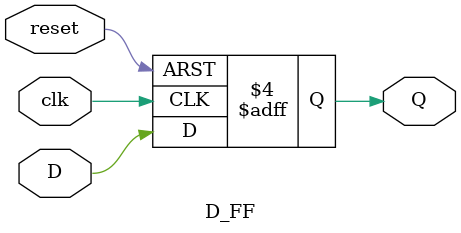
<source format=v>




module D_FF(
	
	input clk,reset,
	input D,
	output reg Q
	);
	
	always @ (negedge clk or negedge reset)
	begin
		if (reset==1'b0)
			Q <= 1'b0;
		else if (clk==1'b0)
			Q <= D;
		end
endmodule
	
</source>
